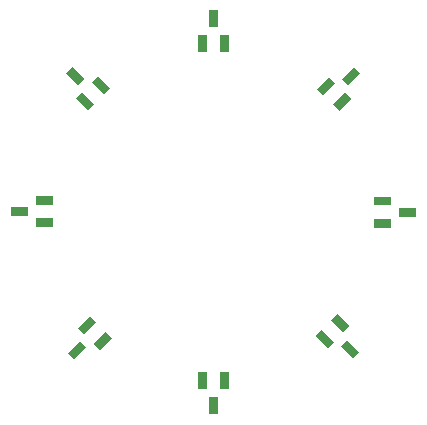
<source format=gts>
G04 #@! TF.GenerationSoftware,KiCad,Pcbnew,5.0.2-bee76a0~70~ubuntu18.04.1*
G04 #@! TF.CreationDate,2019-03-10T21:03:06-07:00*
G04 #@! TF.ProjectId,sense_pcb,73656e73-655f-4706-9362-2e6b69636164,rev?*
G04 #@! TF.SameCoordinates,Original*
G04 #@! TF.FileFunction,Soldermask,Top*
G04 #@! TF.FilePolarity,Negative*
%FSLAX46Y46*%
G04 Gerber Fmt 4.6, Leading zero omitted, Abs format (unit mm)*
G04 Created by KiCad (PCBNEW 5.0.2-bee76a0~70~ubuntu18.04.1) date Sun 10 Mar 2019 09:03:06 PM PDT*
%MOMM*%
%LPD*%
G01*
G04 APERTURE LIST*
%ADD10C,0.100000*%
G04 APERTURE END LIST*
D10*
G36*
X232780000Y-98383000D02*
X232040000Y-98383000D01*
X232040000Y-96943000D01*
X232780000Y-96943000D01*
X232780000Y-98383000D01*
X232780000Y-98383000D01*
G37*
G36*
X233730000Y-96283000D02*
X232990000Y-96283000D01*
X232990000Y-94843000D01*
X233730000Y-94843000D01*
X233730000Y-96283000D01*
X233730000Y-96283000D01*
G37*
G36*
X231830000Y-96283000D02*
X231090000Y-96283000D01*
X231090000Y-94843000D01*
X231830000Y-94843000D01*
X231830000Y-96283000D01*
X231830000Y-96283000D01*
G37*
G36*
X221623747Y-92716513D02*
X220605513Y-93734747D01*
X220082253Y-93211487D01*
X221100487Y-92193253D01*
X221623747Y-92716513D01*
X221623747Y-92716513D01*
G37*
G36*
X244737747Y-93084487D02*
X244214487Y-93607747D01*
X243196253Y-92589513D01*
X243719513Y-92066253D01*
X244737747Y-93084487D01*
X244737747Y-93084487D01*
G37*
G36*
X223780423Y-91903340D02*
X222762189Y-92921574D01*
X222238929Y-92398314D01*
X223257163Y-91380080D01*
X223780423Y-91903340D01*
X223780423Y-91903340D01*
G37*
G36*
X242581071Y-92271314D02*
X242057811Y-92794574D01*
X241039577Y-91776340D01*
X241562837Y-91253080D01*
X242581071Y-92271314D01*
X242581071Y-92271314D01*
G37*
G36*
X222436920Y-90559837D02*
X221418686Y-91578071D01*
X220895426Y-91054811D01*
X221913660Y-90036577D01*
X222436920Y-90559837D01*
X222436920Y-90559837D01*
G37*
G36*
X243924574Y-90927811D02*
X243401314Y-91451071D01*
X242383080Y-90432837D01*
X242906340Y-89909577D01*
X243924574Y-90927811D01*
X243924574Y-90927811D01*
G37*
G36*
X247446999Y-82600000D02*
X246006999Y-82600000D01*
X246006999Y-81860000D01*
X247446999Y-81860000D01*
X247446999Y-82600000D01*
X247446999Y-82600000D01*
G37*
G36*
X218779000Y-82539000D02*
X217339000Y-82539000D01*
X217339000Y-81799000D01*
X218779000Y-81799000D01*
X218779000Y-82539000D01*
X218779000Y-82539000D01*
G37*
G36*
X249547000Y-81650000D02*
X248107000Y-81650000D01*
X248107000Y-80910000D01*
X249547000Y-80910000D01*
X249547000Y-81650000D01*
X249547000Y-81650000D01*
G37*
G36*
X216678999Y-81589000D02*
X215238999Y-81589000D01*
X215238999Y-80849000D01*
X216678999Y-80849000D01*
X216678999Y-81589000D01*
X216678999Y-81589000D01*
G37*
G36*
X247446999Y-80700000D02*
X246006999Y-80700000D01*
X246006999Y-79960000D01*
X247446999Y-79960000D01*
X247446999Y-80700000D01*
X247446999Y-80700000D01*
G37*
G36*
X218779000Y-80639000D02*
X217339000Y-80639000D01*
X217339000Y-79899000D01*
X218779000Y-79899000D01*
X218779000Y-80639000D01*
X218779000Y-80639000D01*
G37*
G36*
X244032036Y-71651727D02*
X243013802Y-72669961D01*
X242490542Y-72146701D01*
X243508776Y-71128467D01*
X244032036Y-71651727D01*
X244032036Y-71651727D01*
G37*
G36*
X222309920Y-72127163D02*
X221786660Y-72650423D01*
X220768426Y-71632189D01*
X221291686Y-71108929D01*
X222309920Y-72127163D01*
X222309920Y-72127163D01*
G37*
G36*
X242688533Y-70308224D02*
X241670299Y-71326458D01*
X241147039Y-70803198D01*
X242165273Y-69784964D01*
X242688533Y-70308224D01*
X242688533Y-70308224D01*
G37*
G36*
X223653423Y-70783660D02*
X223130163Y-71306920D01*
X222111929Y-70288686D01*
X222635189Y-69765426D01*
X223653423Y-70783660D01*
X223653423Y-70783660D01*
G37*
G36*
X244845209Y-69495051D02*
X243826975Y-70513285D01*
X243303715Y-69990025D01*
X244321949Y-68971791D01*
X244845209Y-69495051D01*
X244845209Y-69495051D01*
G37*
G36*
X221496747Y-69970487D02*
X220973487Y-70493747D01*
X219955253Y-69475513D01*
X220478513Y-68952253D01*
X221496747Y-69970487D01*
X221496747Y-69970487D01*
G37*
G36*
X231830000Y-67717001D02*
X231090000Y-67717001D01*
X231090000Y-66277001D01*
X231830000Y-66277001D01*
X231830000Y-67717001D01*
X231830000Y-67717001D01*
G37*
G36*
X233730000Y-67717001D02*
X232990000Y-67717001D01*
X232990000Y-66277001D01*
X233730000Y-66277001D01*
X233730000Y-67717001D01*
X233730000Y-67717001D01*
G37*
G36*
X232780000Y-65617000D02*
X232040000Y-65617000D01*
X232040000Y-64177000D01*
X232780000Y-64177000D01*
X232780000Y-65617000D01*
X232780000Y-65617000D01*
G37*
M02*

</source>
